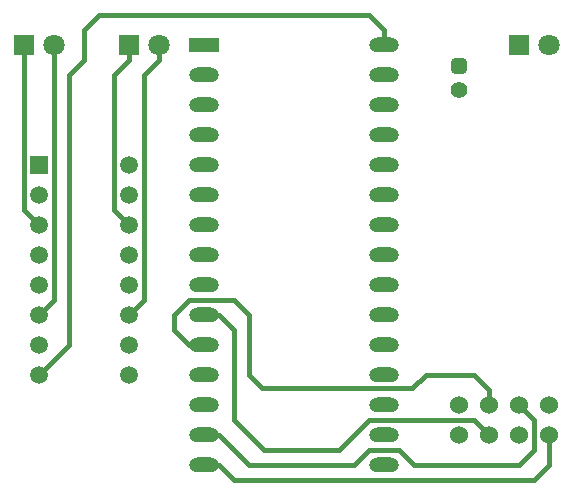
<source format=gbl>
G04 Layer_Physical_Order=2*
G04 Layer_Color=11436288*
%FSLAX25Y25*%
%MOIN*%
G70*
G01*
G75*
%ADD10C,0.01772*%
%ADD11C,0.05906*%
%ADD12R,0.05906X0.05906*%
%ADD13R,0.07087X0.07087*%
%ADD14C,0.07087*%
G04:AMPARAMS|DCode=15|XSize=55.12mil|YSize=55.12mil|CornerRadius=16.54mil|HoleSize=0mil|Usage=FLASHONLY|Rotation=90.000|XOffset=0mil|YOffset=0mil|HoleType=Round|Shape=RoundedRectangle|*
%AMROUNDEDRECTD15*
21,1,0.05512,0.02205,0,0,90.0*
21,1,0.02205,0.05512,0,0,90.0*
1,1,0.03307,0.01102,0.01102*
1,1,0.03307,0.01102,-0.01102*
1,1,0.03307,-0.01102,-0.01102*
1,1,0.03307,-0.01102,0.01102*
%
%ADD15ROUNDEDRECTD15*%
%ADD16C,0.05512*%
%ADD17R,0.10000X0.05000*%
%ADD18O,0.10000X0.05000*%
%ADD19C,0.06000*%
D10*
X345000Y280000D02*
Y285000D01*
X340000Y290000D02*
X345000Y285000D01*
X323772Y290000D02*
X340000D01*
X319386Y285614D02*
X323772Y290000D01*
X269386Y285614D02*
X319386D01*
X265000Y290000D02*
X269386Y285614D01*
X265000Y290000D02*
Y310000D01*
X260000Y315000D02*
X265000Y310000D01*
X245000Y315000D02*
X260000D01*
X240000Y310000D02*
X245000Y315000D01*
X240000Y305000D02*
Y310000D01*
Y305000D02*
X245000Y300000D01*
X250000D01*
X340000Y275000D02*
X345000Y270000D01*
X305000Y275000D02*
X340000D01*
X295000Y265000D02*
X305000Y275000D01*
X270000Y265000D02*
X295000D01*
X260000Y275000D02*
X270000Y265000D01*
X260000Y275000D02*
Y305000D01*
X255000Y310000D02*
X260000Y305000D01*
X250000Y310000D02*
X255000D01*
X355000Y280000D02*
X360000Y275000D01*
Y265000D02*
Y275000D01*
X355000Y260000D02*
X360000Y265000D01*
X320000Y260000D02*
X355000D01*
X315000Y265000D02*
X320000Y260000D01*
X305000Y265000D02*
X315000D01*
X300000Y260000D02*
X305000Y265000D01*
X265000Y260000D02*
X300000D01*
X255000Y270000D02*
X265000Y260000D01*
X250000Y270000D02*
X255000D01*
X365000Y260000D02*
Y270000D01*
X360000Y255000D02*
X365000Y260000D01*
X260000Y255000D02*
X360000D01*
X255000Y260000D02*
X260000Y255000D01*
X250000Y260000D02*
X255000D01*
X310000Y400000D02*
Y405000D01*
X305000Y410000D02*
X310000Y405000D01*
X215000Y410000D02*
X305000D01*
X210000Y405000D02*
X215000Y410000D01*
X210000Y395000D02*
Y405000D01*
X205000Y390000D02*
X210000Y395000D01*
X205000Y300000D02*
Y390000D01*
X195000Y290000D02*
X205000Y300000D01*
X225000Y310000D02*
X230000Y315000D01*
Y390000D01*
X235000Y395000D01*
Y400000D01*
X220000Y345000D02*
X225000Y340000D01*
X220000Y345000D02*
Y390000D01*
X225000Y395000D01*
Y400000D01*
X195000Y310000D02*
X200000Y315000D01*
Y400000D01*
X190000Y345000D02*
X195000Y340000D01*
X190000Y345000D02*
Y400000D01*
D11*
X225000Y290000D02*
D03*
Y300000D02*
D03*
Y310000D02*
D03*
Y320000D02*
D03*
Y330000D02*
D03*
Y340000D02*
D03*
Y350000D02*
D03*
Y360000D02*
D03*
X195000Y290000D02*
D03*
Y300000D02*
D03*
Y310000D02*
D03*
Y320000D02*
D03*
Y330000D02*
D03*
Y340000D02*
D03*
Y350000D02*
D03*
D12*
Y360000D02*
D03*
D13*
X355000Y400000D02*
D03*
X225000D02*
D03*
X190000D02*
D03*
D14*
X365000D02*
D03*
X235000D02*
D03*
X200000D02*
D03*
D15*
X335000Y392874D02*
D03*
D16*
Y385000D02*
D03*
D17*
X250000Y400000D02*
D03*
D18*
Y390000D02*
D03*
Y380000D02*
D03*
Y370000D02*
D03*
Y360000D02*
D03*
Y350000D02*
D03*
Y340000D02*
D03*
Y330000D02*
D03*
Y320000D02*
D03*
Y310000D02*
D03*
Y300000D02*
D03*
Y290000D02*
D03*
Y280000D02*
D03*
Y270000D02*
D03*
Y260000D02*
D03*
X310000Y400000D02*
D03*
Y390000D02*
D03*
Y380000D02*
D03*
Y370000D02*
D03*
Y360000D02*
D03*
Y350000D02*
D03*
Y340000D02*
D03*
Y330000D02*
D03*
Y320000D02*
D03*
Y310000D02*
D03*
Y300000D02*
D03*
Y290000D02*
D03*
Y280000D02*
D03*
Y270000D02*
D03*
Y260000D02*
D03*
D19*
X365000Y270000D02*
D03*
Y280000D02*
D03*
X355000Y270000D02*
D03*
Y280000D02*
D03*
X345000Y270000D02*
D03*
Y280000D02*
D03*
X335000Y270000D02*
D03*
Y280000D02*
D03*
M02*

</source>
